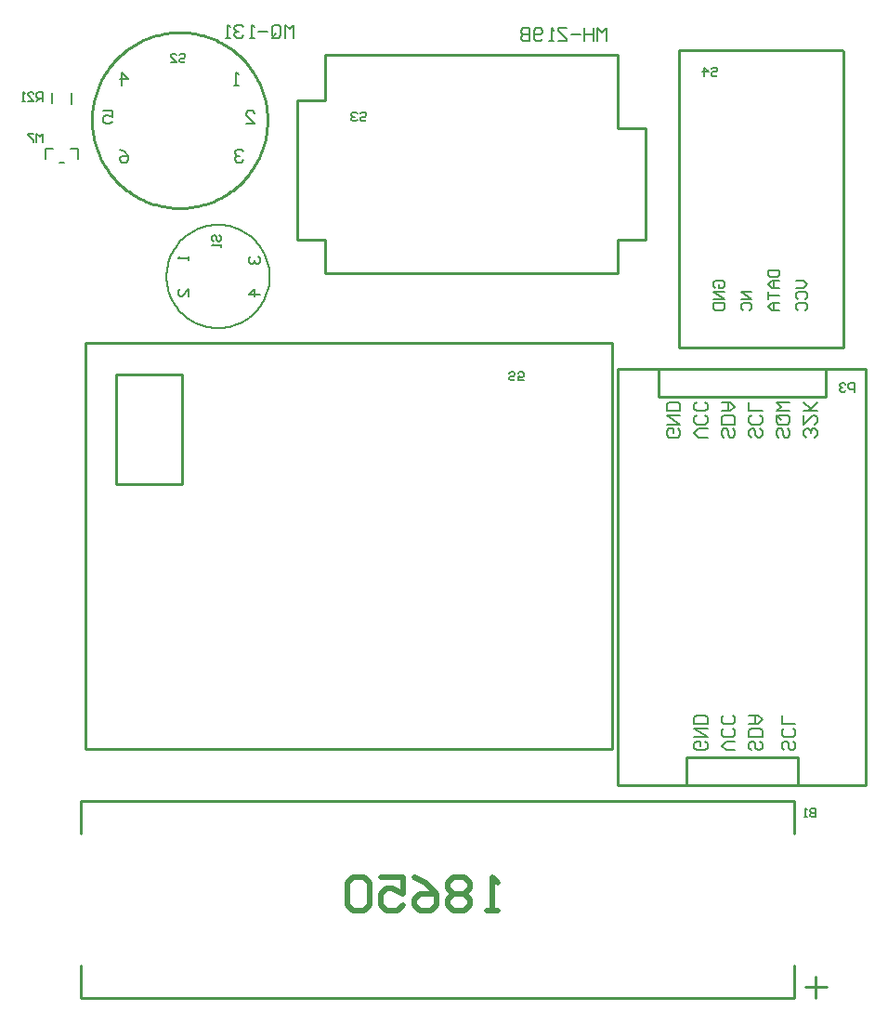
<source format=gbo>
G04*
G04 #@! TF.GenerationSoftware,Altium Limited,Altium Designer,19.1.5 (86)*
G04*
G04 Layer_Color=32896*
%FSLAX25Y25*%
%MOIN*%
G70*
G01*
G75*
%ADD10C,0.01000*%
%ADD12C,0.00500*%
%ADD13C,0.00787*%
%ADD15C,0.00630*%
%ADD99C,0.02000*%
%ADD100C,0.00591*%
D10*
X106299Y326772D02*
X106283Y327771D01*
X106236Y328769D01*
X106157Y329766D01*
X106046Y330759D01*
X105904Y331748D01*
X105730Y332732D01*
X105525Y333711D01*
X105290Y334682D01*
X105023Y335645D01*
X104727Y336599D01*
X104400Y337544D01*
X104043Y338478D01*
X103657Y339399D01*
X103242Y340308D01*
X102798Y341204D01*
X102326Y342085D01*
X101826Y342951D01*
X101299Y343800D01*
X100746Y344632D01*
X100166Y345446D01*
X99561Y346241D01*
X98931Y347017D01*
X98276Y347772D01*
X97598Y348506D01*
X96897Y349219D01*
X96174Y349908D01*
X95429Y350575D01*
X94663Y351217D01*
X93878Y351835D01*
X93073Y352428D01*
X92250Y352994D01*
X91409Y353535D01*
X90551Y354048D01*
X89678Y354534D01*
X88789Y354992D01*
X87887Y355421D01*
X86971Y355822D01*
X86044Y356194D01*
X85105Y356535D01*
X84155Y356847D01*
X83196Y357129D01*
X82229Y357380D01*
X81254Y357600D01*
X80272Y357789D01*
X79286Y357947D01*
X78294Y358074D01*
X77299Y358169D01*
X76302Y358232D01*
X75303Y358264D01*
X74303D01*
X73304Y358232D01*
X72307Y358169D01*
X71312Y358074D01*
X70321Y357947D01*
X69334Y357789D01*
X68353Y357600D01*
X67378Y357380D01*
X66410Y357129D01*
X65451Y356847D01*
X64502Y356535D01*
X63563Y356194D01*
X62635Y355822D01*
X61719Y355421D01*
X60817Y354992D01*
X59929Y354534D01*
X59055Y354048D01*
X58198Y353535D01*
X57357Y352994D01*
X56534Y352428D01*
X55729Y351835D01*
X54943Y351217D01*
X54178Y350575D01*
X53433Y349908D01*
X52710Y349219D01*
X52008Y348506D01*
X51330Y347772D01*
X50676Y347017D01*
X50046Y346241D01*
X49440Y345446D01*
X48861Y344632D01*
X48307Y343800D01*
X47780Y342951D01*
X47280Y342085D01*
X46808Y341204D01*
X46365Y340308D01*
X45949Y339399D01*
X45563Y338478D01*
X45206Y337544D01*
X44880Y336599D01*
X44583Y335645D01*
X44317Y334682D01*
X44081Y333711D01*
X43876Y332732D01*
X43703Y331748D01*
X43560Y330759D01*
X43450Y329766D01*
X43371Y328769D01*
X43323Y327771D01*
X43307Y326772D01*
X43323Y325772D01*
X43371Y324774D01*
X43450Y323778D01*
X43560Y322785D01*
X43703Y321795D01*
X43876Y320811D01*
X44081Y319833D01*
X44317Y318862D01*
X44583Y317898D01*
X44880Y316944D01*
X45206Y316000D01*
X45563Y315066D01*
X45949Y314144D01*
X46365Y313235D01*
X46808Y312339D01*
X47280Y311458D01*
X47780Y310593D01*
X48307Y309744D01*
X48860Y308912D01*
X49440Y308098D01*
X50046Y307302D01*
X50676Y306526D01*
X51330Y305771D01*
X52008Y305037D01*
X52709Y304325D01*
X53433Y303635D01*
X54177Y302969D01*
X54943Y302326D01*
X55729Y301708D01*
X56533Y301116D01*
X57357Y300549D01*
X58197Y300009D01*
X59055Y299495D01*
X59928Y299009D01*
X60817Y298552D01*
X61719Y298122D01*
X62635Y297721D01*
X63563Y297350D01*
X64502Y297008D01*
X65451Y296696D01*
X66410Y296414D01*
X67378Y296164D01*
X68352Y295943D01*
X69334Y295754D01*
X70321Y295596D01*
X71312Y295470D01*
X72307Y295375D01*
X73304Y295311D01*
X74303Y295280D01*
X75303Y295280D01*
X76302Y295311D01*
X77299Y295375D01*
X78294Y295470D01*
X79285Y295596D01*
X80272Y295754D01*
X81253Y295943D01*
X82228Y296163D01*
X83196Y296414D01*
X84155Y296696D01*
X85104Y297008D01*
X86043Y297350D01*
X86971Y297721D01*
X87887Y298122D01*
X88789Y298551D01*
X89678Y299009D01*
X90551Y299495D01*
X91408Y300009D01*
X92249Y300549D01*
X93072Y301116D01*
X93877Y301708D01*
X94663Y302326D01*
X95429Y302968D01*
X96173Y303635D01*
X96897Y304324D01*
X97598Y305037D01*
X98276Y305771D01*
X98930Y306526D01*
X99560Y307302D01*
X100166Y308097D01*
X100745Y308911D01*
X101299Y309743D01*
X101826Y310593D01*
X102326Y311458D01*
X102798Y312339D01*
X103242Y313234D01*
X103657Y314144D01*
X104043Y315065D01*
X104400Y315999D01*
X104727Y316944D01*
X105023Y317898D01*
X105290Y318861D01*
X105525Y319832D01*
X105730Y320811D01*
X105903Y321795D01*
X106046Y322784D01*
X106157Y323777D01*
X106236Y324774D01*
X106283Y325772D01*
X106299Y326771D01*
X303150Y11811D02*
Y19685D01*
X299213Y15748D02*
X307087D01*
X39370Y70866D02*
Y82677D01*
Y11811D02*
Y23622D01*
X295276Y70866D02*
Y82677D01*
Y11811D02*
Y23622D01*
X39370Y11811D02*
X295276D01*
X39370Y82677D02*
X295276D01*
X296575Y88177D02*
X321075D01*
X232075D02*
X256575D01*
X232075Y237677D02*
X246575D01*
X306575D02*
X321075D01*
X232075Y88177D02*
Y237677D01*
X296575Y88177D02*
Y98177D01*
X256575D02*
X296575D01*
X256575Y88177D02*
Y98177D01*
Y88177D02*
X296575D01*
X321075D02*
Y237677D01*
X246575Y227677D02*
X306575D01*
X246575D02*
Y237677D01*
X306575D01*
Y227677D02*
Y237677D01*
X52165Y196260D02*
Y235630D01*
X75787D01*
X40945Y101181D02*
X40945Y246850D01*
Y101181D02*
X229921D01*
X52165Y196260D02*
X75787D01*
Y235630D01*
X40945Y246850D02*
X229921D01*
X229921Y101181D02*
X229921Y247012D01*
X312638Y351772D02*
X313032Y351378D01*
X253976Y351772D02*
X312638D01*
X253976Y245079D02*
Y351772D01*
X313032Y245079D02*
Y351378D01*
X253976Y245079D02*
X313032D01*
X232047Y271969D02*
Y283898D01*
X127047Y271969D02*
X232047D01*
X127047D02*
Y283898D01*
X117047D02*
X127047D01*
X117047D02*
Y333898D01*
X127047D01*
Y350315D01*
X232047D01*
Y323898D02*
Y350315D01*
Y323898D02*
X242047D01*
Y283898D02*
Y323898D01*
X232047Y283898D02*
X242047D01*
D12*
X35980Y332646D02*
Y336646D01*
X28980Y332746D02*
Y336546D01*
X26730Y312976D02*
Y316476D01*
X38230Y312976D02*
Y316476D01*
X26730D02*
X29230D01*
X31730Y311476D02*
X33230D01*
X35730Y316476D02*
X38230D01*
D13*
X107087Y270669D02*
X107060Y271671D01*
X106978Y272670D01*
X106843Y273663D01*
X106654Y274647D01*
X106412Y275620D01*
X106118Y276578D01*
X105772Y277518D01*
X105376Y278439D01*
X104931Y279337D01*
X104438Y280209D01*
X103898Y281053D01*
X103314Y281867D01*
X102686Y282648D01*
X102016Y283394D01*
X101308Y284103D01*
X100562Y284772D01*
X99781Y285400D01*
X98967Y285985D01*
X98123Y286525D01*
X97250Y287018D01*
X96352Y287463D01*
X95432Y287859D01*
X94491Y288205D01*
X93533Y288499D01*
X92560Y288741D01*
X91576Y288930D01*
X90583Y289065D01*
X89584Y289146D01*
X88583Y289173D01*
X87581Y289146D01*
X86582Y289065D01*
X85589Y288930D01*
X84605Y288741D01*
X83632Y288499D01*
X82674Y288205D01*
X81734Y287859D01*
X80813Y287463D01*
X79915Y287018D01*
X79043Y286525D01*
X78198Y285985D01*
X77385Y285400D01*
X76604Y284772D01*
X75858Y284103D01*
X75149Y283394D01*
X74480Y282648D01*
X73852Y281867D01*
X73267Y281053D01*
X72727Y280209D01*
X72234Y279337D01*
X71789Y278439D01*
X71393Y277518D01*
X71047Y276578D01*
X70753Y275620D01*
X70511Y274647D01*
X70323Y273663D01*
X70187Y272670D01*
X70106Y271671D01*
X70079Y270669D01*
X70106Y269668D01*
X70187Y268669D01*
X70323Y267676D01*
X70511Y266691D01*
X70753Y265719D01*
X71047Y264761D01*
X71393Y263820D01*
X71789Y262900D01*
X72234Y262002D01*
X72728Y261129D01*
X73267Y260285D01*
X73852Y259471D01*
X74480Y258690D01*
X75149Y257944D01*
X75858Y257236D01*
X76604Y256566D01*
X77385Y255938D01*
X78199Y255354D01*
X79043Y254814D01*
X79915Y254321D01*
X80813Y253875D01*
X81734Y253480D01*
X82674Y253134D01*
X83632Y252840D01*
X84605Y252598D01*
X85589Y252409D01*
X86582Y252274D01*
X87581Y252192D01*
X88583Y252165D01*
X89584Y252192D01*
X90583Y252274D01*
X91576Y252409D01*
X92561Y252598D01*
X93533Y252840D01*
X94491Y253134D01*
X95432Y253480D01*
X96352Y253876D01*
X97250Y254321D01*
X98123Y254814D01*
X98967Y255354D01*
X99781Y255939D01*
X100562Y256566D01*
X101308Y257236D01*
X102016Y257944D01*
X102686Y258690D01*
X103314Y259471D01*
X103898Y260285D01*
X104438Y261130D01*
X104931Y262002D01*
X105376Y262900D01*
X105772Y263820D01*
X106118Y264761D01*
X106412Y265719D01*
X106654Y266692D01*
X106843Y267676D01*
X106978Y268669D01*
X107060Y269668D01*
X107087Y270669D01*
X227953Y355118D02*
Y359841D01*
X226378Y358267D01*
X224804Y359841D01*
Y355118D01*
X223230Y359841D02*
Y355118D01*
Y357480D01*
X220081D01*
Y359841D01*
Y355118D01*
X218507Y357480D02*
X215358D01*
X213784Y359841D02*
X210635D01*
Y359054D01*
X213784Y355905D01*
Y355118D01*
X210635D01*
X209061D02*
X207487D01*
X208274D01*
Y359841D01*
X209061Y359054D01*
X205125Y355905D02*
X204338Y355118D01*
X202764D01*
X201977Y355905D01*
Y359054D01*
X202764Y359841D01*
X204338D01*
X205125Y359054D01*
Y358267D01*
X204338Y357480D01*
X201977D01*
X200403Y359841D02*
Y355118D01*
X198041D01*
X197254Y355905D01*
Y356692D01*
X198041Y357480D01*
X200403D01*
X198041D01*
X197254Y358267D01*
Y359054D01*
X198041Y359841D01*
X200403D01*
D15*
X303150Y79920D02*
Y76772D01*
X301575D01*
X301051Y77296D01*
Y77821D01*
X301575Y78346D01*
X303150D01*
X301575D01*
X301051Y78871D01*
Y79396D01*
X301575Y79920D01*
X303150D01*
X300001Y76772D02*
X298952D01*
X299476D01*
Y79920D01*
X300001Y79396D01*
X195150Y233951D02*
X194625Y233426D01*
X193576D01*
X193051Y233951D01*
Y234476D01*
X193576Y235000D01*
X194625D01*
X195150Y235525D01*
Y236050D01*
X194625Y236575D01*
X193576D01*
X193051Y236050D01*
X198299Y233426D02*
X196200D01*
Y235000D01*
X197249Y234476D01*
X197774D01*
X198299Y235000D01*
Y236050D01*
X197774Y236575D01*
X196724D01*
X196200Y236050D01*
X265617Y345144D02*
X266142Y345668D01*
X267192D01*
X267717Y345144D01*
Y344619D01*
X267192Y344094D01*
X266142D01*
X265617Y343569D01*
Y343044D01*
X266142Y342520D01*
X267192D01*
X267717Y343044D01*
X262994Y342520D02*
Y345668D01*
X264568Y344094D01*
X262469D01*
X139633Y329081D02*
X140158Y329605D01*
X141208D01*
X141732Y329081D01*
Y328556D01*
X141208Y328031D01*
X140158D01*
X139633Y327506D01*
Y326981D01*
X140158Y326457D01*
X141208D01*
X141732Y326981D01*
X138584Y329081D02*
X138059Y329605D01*
X137009D01*
X136485Y329081D01*
Y328556D01*
X137009Y328031D01*
X137534D01*
X137009D01*
X136485Y327506D01*
Y326981D01*
X137009Y326457D01*
X138059D01*
X138584Y326981D01*
X74673Y350065D02*
X75197Y350589D01*
X76247D01*
X76772Y350065D01*
Y349540D01*
X76247Y349015D01*
X75197D01*
X74673Y348491D01*
Y347966D01*
X75197Y347441D01*
X76247D01*
X76772Y347966D01*
X71524Y347441D02*
X73623D01*
X71524Y349540D01*
Y350065D01*
X72049Y350589D01*
X73098D01*
X73623Y350065D01*
X86943Y283334D02*
X86418Y283859D01*
Y284908D01*
X86943Y285433D01*
X87468D01*
X87993Y284908D01*
Y283859D01*
X88517Y283334D01*
X89042D01*
X89567Y283859D01*
Y284908D01*
X89042Y285433D01*
X89567Y282284D02*
Y281235D01*
Y281760D01*
X86418D01*
X86943Y282284D01*
X25591Y333661D02*
Y336810D01*
X24016D01*
X23492Y336285D01*
Y335236D01*
X24016Y334711D01*
X25591D01*
X24541D02*
X23492Y333661D01*
X20343D02*
X22442D01*
X20343Y335760D01*
Y336285D01*
X20868Y336810D01*
X21917D01*
X22442Y336285D01*
X19293Y333661D02*
X18244D01*
X18769D01*
Y336810D01*
X19293Y336285D01*
X316929Y229331D02*
Y232479D01*
X315355D01*
X314830Y231955D01*
Y230905D01*
X315355Y230380D01*
X316929D01*
X313780Y231955D02*
X313256Y232479D01*
X312206D01*
X311682Y231955D01*
Y231430D01*
X312206Y230905D01*
X312731D01*
X312206D01*
X311682Y230380D01*
Y229855D01*
X312206Y229331D01*
X313256D01*
X313780Y229855D01*
X25591Y318898D02*
Y322046D01*
X24541Y320997D01*
X23492Y322046D01*
Y318898D01*
X22442Y322046D02*
X20343D01*
Y321521D01*
X22442Y319422D01*
Y318898D01*
D99*
X188976Y43307D02*
X184978D01*
X186977D01*
Y55303D01*
X188976Y53304D01*
X178980D02*
X176980Y55303D01*
X172982D01*
X170982Y53304D01*
Y51305D01*
X172982Y49305D01*
X170982Y47306D01*
Y45306D01*
X172982Y43307D01*
X176980D01*
X178980Y45306D01*
Y47306D01*
X176980Y49305D01*
X178980Y51305D01*
Y53304D01*
X176980Y49305D02*
X172982D01*
X158986Y55303D02*
X162985Y53304D01*
X166983Y49305D01*
Y45306D01*
X164984Y43307D01*
X160985D01*
X158986Y45306D01*
Y47306D01*
X160985Y49305D01*
X166983D01*
X146990Y55303D02*
X154987D01*
Y49305D01*
X150989Y51305D01*
X148989D01*
X146990Y49305D01*
Y45306D01*
X148989Y43307D01*
X152988D01*
X154987Y45306D01*
X142991Y53304D02*
X140992Y55303D01*
X136993D01*
X134994Y53304D01*
Y45306D01*
X136993Y43307D01*
X140992D01*
X142991Y45306D01*
Y53304D01*
D100*
X294881Y103936D02*
X295668Y103149D01*
Y101575D01*
X294881Y100787D01*
X294093D01*
X293306Y101575D01*
Y103149D01*
X292519Y103936D01*
X291732D01*
X290945Y103149D01*
Y101575D01*
X291732Y100787D01*
X294881Y108659D02*
X295668Y107872D01*
Y106297D01*
X294881Y105510D01*
X291732D01*
X290945Y106297D01*
Y107872D01*
X291732Y108659D01*
X295668Y110233D02*
X290945D01*
Y113382D01*
X283070Y103936D02*
X283857Y103149D01*
Y101575D01*
X283070Y100787D01*
X282282D01*
X281495Y101575D01*
Y103149D01*
X280708Y103936D01*
X279921D01*
X279134Y103149D01*
Y101575D01*
X279921Y100787D01*
X283857Y105510D02*
X279134D01*
Y107872D01*
X279921Y108659D01*
X283070D01*
X283857Y107872D01*
Y105510D01*
X279134Y110233D02*
X282282D01*
X283857Y111808D01*
X282282Y113382D01*
X279134D01*
X281495D01*
Y110233D01*
X274014Y100787D02*
X270866D01*
X269291Y102362D01*
X270866Y103936D01*
X274014D01*
X273227Y108659D02*
X274014Y107872D01*
Y106297D01*
X273227Y105510D01*
X270078D01*
X269291Y106297D01*
Y107872D01*
X270078Y108659D01*
X273227Y113382D02*
X274014Y112595D01*
Y111020D01*
X273227Y110233D01*
X270078D01*
X269291Y111020D01*
Y112595D01*
X270078Y113382D01*
X263385Y103936D02*
X264172Y103149D01*
Y101575D01*
X263385Y100787D01*
X260236D01*
X259449Y101575D01*
Y103149D01*
X260236Y103936D01*
X261810D01*
Y102362D01*
X259449Y105510D02*
X264172D01*
X259449Y108659D01*
X264172D01*
Y110233D02*
X259449D01*
Y112595D01*
X260236Y113382D01*
X263385D01*
X264172Y112595D01*
Y110233D01*
X253542Y216141D02*
X254329Y215354D01*
Y213779D01*
X253542Y212992D01*
X250393D01*
X249606Y213779D01*
Y215354D01*
X250393Y216141D01*
X251968D01*
Y214566D01*
X249606Y217715D02*
X254329D01*
X249606Y220864D01*
X254329D01*
Y222438D02*
X249606D01*
Y224799D01*
X250393Y225587D01*
X253542D01*
X254329Y224799D01*
Y222438D01*
X264172Y212992D02*
X261023D01*
X259449Y214566D01*
X261023Y216141D01*
X264172D01*
X263385Y220864D02*
X264172Y220076D01*
Y218502D01*
X263385Y217715D01*
X260236D01*
X259449Y218502D01*
Y220076D01*
X260236Y220864D01*
X263385Y225587D02*
X264172Y224799D01*
Y223225D01*
X263385Y222438D01*
X260236D01*
X259449Y223225D01*
Y224799D01*
X260236Y225587D01*
X273227Y216141D02*
X274014Y215354D01*
Y213779D01*
X273227Y212992D01*
X272440D01*
X271653Y213779D01*
Y215354D01*
X270866Y216141D01*
X270078D01*
X269291Y215354D01*
Y213779D01*
X270078Y212992D01*
X274014Y217715D02*
X269291D01*
Y220076D01*
X270078Y220864D01*
X273227D01*
X274014Y220076D01*
Y217715D01*
X269291Y222438D02*
X272440D01*
X274014Y224012D01*
X272440Y225587D01*
X269291D01*
X271653D01*
Y222438D01*
X283070Y216141D02*
X283857Y215354D01*
Y213779D01*
X283070Y212992D01*
X282282D01*
X281495Y213779D01*
Y215354D01*
X280708Y216141D01*
X279921D01*
X279134Y215354D01*
Y213779D01*
X279921Y212992D01*
X283070Y220864D02*
X283857Y220076D01*
Y218502D01*
X283070Y217715D01*
X279921D01*
X279134Y218502D01*
Y220076D01*
X279921Y220864D01*
X283857Y222438D02*
X279134D01*
Y225587D01*
X292912Y216141D02*
X293699Y215354D01*
Y213779D01*
X292912Y212992D01*
X292125D01*
X291338Y213779D01*
Y215354D01*
X290551Y216141D01*
X289763D01*
X288976Y215354D01*
Y213779D01*
X289763Y212992D01*
Y220864D02*
X292912D01*
X293699Y220076D01*
Y218502D01*
X292912Y217715D01*
X289763D01*
X288976Y218502D01*
Y220076D01*
X290551Y219289D02*
X288976Y220864D01*
Y220076D02*
X289763Y220864D01*
X293699Y222438D02*
X288976D01*
X290551Y224012D01*
X288976Y225587D01*
X293699D01*
X302755Y212992D02*
X303542Y213779D01*
Y215354D01*
X302755Y216141D01*
X301968D01*
X301180Y215354D01*
Y214566D01*
Y215354D01*
X300393Y216141D01*
X299606D01*
X298819Y215354D01*
Y213779D01*
X299606Y212992D01*
X298819Y220864D02*
Y217715D01*
X301968Y220864D01*
X302755D01*
X303542Y220076D01*
Y218502D01*
X302755Y217715D01*
X303542Y222438D02*
X298819D01*
X300393D01*
X303542Y225587D01*
X301180Y223225D01*
X298819Y225587D01*
X295907Y269094D02*
X298531D01*
X299843Y267783D01*
X298531Y266471D01*
X295907D01*
X296563Y262535D02*
X295907Y263191D01*
Y264503D01*
X296563Y265159D01*
X299187D01*
X299843Y264503D01*
Y263191D01*
X299187Y262535D01*
X296563Y258599D02*
X295907Y259255D01*
Y260567D01*
X296563Y261223D01*
X299187D01*
X299843Y260567D01*
Y259255D01*
X299187Y258599D01*
X286065Y273032D02*
X290001D01*
Y271064D01*
X289345Y270408D01*
X286721D01*
X286065Y271064D01*
Y273032D01*
X290001Y269096D02*
X287377D01*
X286065Y267784D01*
X287377Y266472D01*
X290001D01*
X288033D01*
Y269096D01*
X286065Y265160D02*
Y262537D01*
Y263849D01*
X290001D01*
Y261225D02*
X287377D01*
X286065Y259913D01*
X287377Y258601D01*
X290001D01*
X288033D01*
Y261225D01*
X267035Y266471D02*
X266379Y267127D01*
Y268439D01*
X267035Y269094D01*
X269659D01*
X270315Y268439D01*
Y267127D01*
X269659Y266471D01*
X268347D01*
Y267783D01*
X270315Y265159D02*
X266379D01*
X270315Y262535D01*
X266379D01*
Y261223D02*
X270315D01*
Y259255D01*
X269659Y258599D01*
X267035D01*
X266379Y259255D01*
Y261223D01*
X280157Y265158D02*
X276222D01*
X280157Y262534D01*
X276222D01*
X276878Y258598D02*
X276222Y259254D01*
Y260566D01*
X276878Y261222D01*
X279502D01*
X280157Y260566D01*
Y259254D01*
X279502Y258598D01*
X78150Y263518D02*
Y266142D01*
X75526Y263518D01*
X74870D01*
X74214Y264174D01*
Y265486D01*
X74870Y266142D01*
X78150Y277953D02*
Y276641D01*
Y277297D01*
X74214D01*
X74870Y277953D01*
X100460D02*
X99804Y277297D01*
Y275985D01*
X100460Y275329D01*
X101116D01*
X101772Y275985D01*
Y276641D01*
Y275985D01*
X102428Y275329D01*
X103084D01*
X103740Y275985D01*
Y277297D01*
X103084Y277953D01*
X103740Y264174D02*
X99804D01*
X101772Y266142D01*
Y263518D01*
X54135Y339173D02*
Y343896D01*
X56496Y341535D01*
X53347D01*
X47442Y330117D02*
X50591D01*
Y327755D01*
X49016Y328542D01*
X48229D01*
X47442Y327755D01*
Y326181D01*
X48229Y325394D01*
X49803D01*
X50591Y326181D01*
X53347Y316337D02*
X54922Y315550D01*
X56496Y313976D01*
Y312401D01*
X55709Y311614D01*
X54135D01*
X53347Y312401D01*
Y313189D01*
X54135Y313976D01*
X56496D01*
X97835Y315550D02*
X97048Y316337D01*
X95473D01*
X94686Y315550D01*
Y314763D01*
X95473Y313976D01*
X96260D01*
X95473D01*
X94686Y313189D01*
Y312401D01*
X95473Y311614D01*
X97048D01*
X97835Y312401D01*
X98623Y325394D02*
X101772D01*
X98623Y328542D01*
Y329329D01*
X99410Y330117D01*
X100985D01*
X101772Y329329D01*
X95866Y339173D02*
X94292D01*
X95079D01*
Y343896D01*
X95866Y343109D01*
X115748Y356299D02*
Y361022D01*
X114174Y359448D01*
X112599Y361022D01*
Y356299D01*
X107877Y357086D02*
Y360235D01*
X108664Y361022D01*
X110238D01*
X111025Y360235D01*
Y357086D01*
X110238Y356299D01*
X108664D01*
X109451Y357874D02*
X107877Y356299D01*
X108664D02*
X107877Y357086D01*
X106302Y358661D02*
X103154D01*
X101579Y356299D02*
X100005D01*
X100792D01*
Y361022D01*
X101579Y360235D01*
X97644D02*
X96856Y361022D01*
X95282D01*
X94495Y360235D01*
Y359448D01*
X95282Y358661D01*
X96069D01*
X95282D01*
X94495Y357874D01*
Y357086D01*
X95282Y356299D01*
X96856D01*
X97644Y357086D01*
X92921Y356299D02*
X91347D01*
X92134D01*
Y361022D01*
X92921Y360235D01*
M02*

</source>
